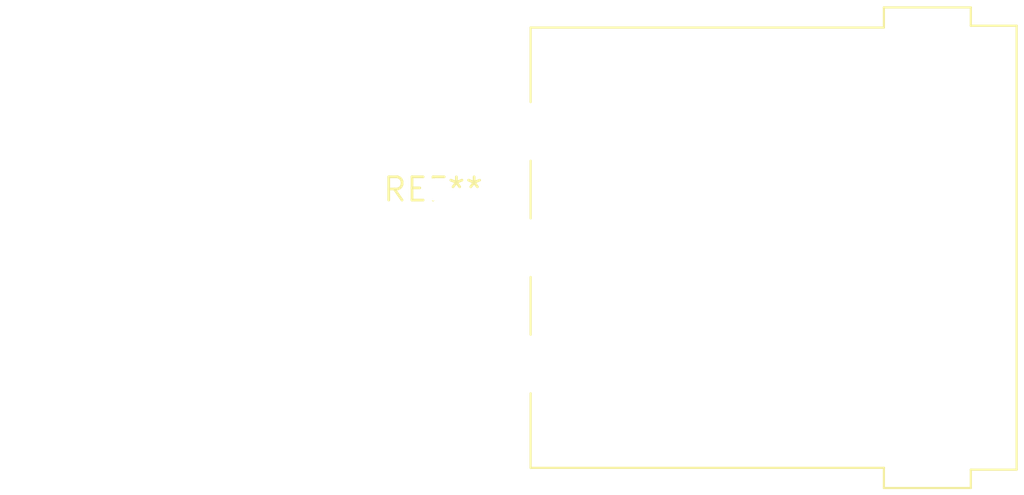
<source format=kicad_pcb>
(kicad_pcb (version 20240108) (generator pcbnew)
  (layers (0 "F.Cu" signal) (31 "B.Cu" signal) (34 "B.Paste" user) (35 "F.Paste" user) (36 "B.SilkS" user "B.Silkscreen") (37 "F.SilkS" user "F.Silkscreen") (38 "B.Mask" user) (39 "F.Mask" user) (44 "Edge.Cuts" user))
  (net 0 "")
  (footprint "Jack_speakON_Neutrik_NL4MDXX-H-3_Horizontal" (layer "F.Cu") (at 0 0)
    (property "Reference" "REF**")
    (property "Value" "Jack_speakON_Neutrik_NL4MDXX-H-3_Horizontal")
    (fp_line (start 5.32 -8.84) (end 24.59 -8.84) (layer "F.SilkS") (stroke (width 0.12)))
    (fp_line (start 5.32 -4.77) (end 5.32 -8.84) (layer "F.SilkS") (stroke (width 0.12)))
    (fp_line (start 5.32 1.58) (end 5.32 -1.57) (layer "F.SilkS") (stroke (width 0.12)))
    (fp_line (start 5.32 7.93) (end 5.32 4.78) (layer "F.SilkS") (stroke (width 0.12)))
    (fp_line (start 5.32 15.2) (end 5.32 11.13) (layer "F.SilkS") (stroke (width 0.12)))
    (fp_line (start 5.32 15.2) (end 24.6 15.2) (layer "F.SilkS") (stroke (width 0.12)))
    (fp_line (start 24.59 -9.94) (end 24.59 -8.84) (layer "F.SilkS") (stroke (width 0.12)))
    (fp_line (start 24.59 -9.94) (end 29.33 -9.94) (layer "F.SilkS") (stroke (width 0.12)))
    (fp_line (start 24.59 16.3) (end 24.59 15.2) (layer "F.SilkS") (stroke (width 0.12)))
    (fp_line (start 24.59 16.3) (end 29.33 16.3) (layer "F.SilkS") (stroke (width 0.12)))
    (fp_line (start 29.33 -9.94) (end 29.33 -8.94) (layer "F.SilkS") (stroke (width 0.12)))
    (fp_line (start 29.33 16.3) (end 29.33 15.3) (layer "F.SilkS") (stroke (width 0.12)))
    (fp_line (start 31.83 -8.94) (end 29.33 -8.94) (layer "F.SilkS") (stroke (width 0.12)))
    (fp_line (start 31.83 15.3) (end 29.33 15.3) (layer "F.SilkS") (stroke (width 0.12)))
    (fp_line (start 31.83 15.3) (end 31.83 -8.94) (layer "F.SilkS") (stroke (width 0.12)))
    (pad "1+" thru_hole circle (at 0 0) (size 3 3) (drill 1.2) (layers *.Cu *.Mask) (remove_unused_layers))
    (pad "1-" thru_hole circle (at 4.44 9.53) (size 3 3) (drill 1.2) (layers *.Cu *.Mask) (remove_unused_layers))
    (pad "2+" thru_hole circle (at 4.44 3.18) (size 3 3) (drill 1.2) (layers *.Cu *.Mask) (remove_unused_layers))
    (pad "2-" thru_hole circle (at 4.44 -3.17) (size 3 3) (drill 1.2) (layers *.Cu *.Mask) (remove_unused_layers))
  )
)
</source>
